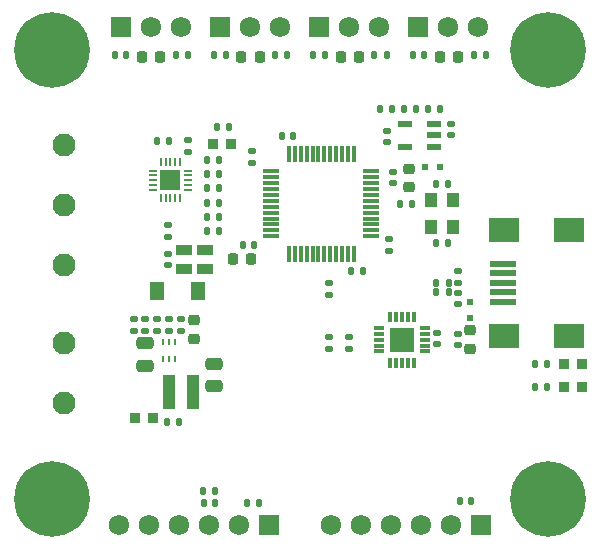
<source format=gbr>
%TF.GenerationSoftware,KiCad,Pcbnew,(6.0.7)*%
%TF.CreationDate,2022-10-13T18:06:46+02:00*%
%TF.ProjectId,TMC6300-dev,544d4336-3330-4302-9d64-65762e6b6963,rev?*%
%TF.SameCoordinates,Original*%
%TF.FileFunction,Soldermask,Top*%
%TF.FilePolarity,Negative*%
%FSLAX46Y46*%
G04 Gerber Fmt 4.6, Leading zero omitted, Abs format (unit mm)*
G04 Created by KiCad (PCBNEW (6.0.7)) date 2022-10-13 18:06:46*
%MOMM*%
%LPD*%
G01*
G04 APERTURE LIST*
G04 Aperture macros list*
%AMRoundRect*
0 Rectangle with rounded corners*
0 $1 Rounding radius*
0 $2 $3 $4 $5 $6 $7 $8 $9 X,Y pos of 4 corners*
0 Add a 4 corners polygon primitive as box body*
4,1,4,$2,$3,$4,$5,$6,$7,$8,$9,$2,$3,0*
0 Add four circle primitives for the rounded corners*
1,1,$1+$1,$2,$3*
1,1,$1+$1,$4,$5*
1,1,$1+$1,$6,$7*
1,1,$1+$1,$8,$9*
0 Add four rect primitives between the rounded corners*
20,1,$1+$1,$2,$3,$4,$5,0*
20,1,$1+$1,$4,$5,$6,$7,0*
20,1,$1+$1,$6,$7,$8,$9,0*
20,1,$1+$1,$8,$9,$2,$3,0*%
G04 Aperture macros list end*
%ADD10RoundRect,0.225000X0.225000X0.250000X-0.225000X0.250000X-0.225000X-0.250000X0.225000X-0.250000X0*%
%ADD11R,0.600000X0.550000*%
%ADD12RoundRect,0.135000X0.135000X0.185000X-0.135000X0.185000X-0.135000X-0.185000X0.135000X-0.185000X0*%
%ADD13RoundRect,0.140000X-0.140000X-0.170000X0.140000X-0.170000X0.140000X0.170000X-0.140000X0.170000X0*%
%ADD14RoundRect,0.135000X-0.185000X0.135000X-0.185000X-0.135000X0.185000X-0.135000X0.185000X0.135000X0*%
%ADD15C,0.800000*%
%ADD16C,6.400000*%
%ADD17RoundRect,0.135000X-0.135000X-0.185000X0.135000X-0.185000X0.135000X0.185000X-0.135000X0.185000X0*%
%ADD18RoundRect,0.135000X0.185000X-0.135000X0.185000X0.135000X-0.185000X0.135000X-0.185000X-0.135000X0*%
%ADD19RoundRect,0.225000X-0.250000X0.225000X-0.250000X-0.225000X0.250000X-0.225000X0.250000X0.225000X0*%
%ADD20RoundRect,0.140000X0.140000X0.170000X-0.140000X0.170000X-0.140000X-0.170000X0.140000X-0.170000X0*%
%ADD21RoundRect,0.140000X-0.170000X0.140000X-0.170000X-0.140000X0.170000X-0.140000X0.170000X0.140000X0*%
%ADD22RoundRect,0.140000X0.170000X-0.140000X0.170000X0.140000X-0.170000X0.140000X-0.170000X-0.140000X0*%
%ADD23R,0.850000X0.300000*%
%ADD24R,0.300000X0.850000*%
%ADD25R,2.050000X2.050000*%
%ADD26R,1.725000X1.725000*%
%ADD27C,1.725000*%
%ADD28R,1.100000X1.300000*%
%ADD29C,1.950000*%
%ADD30R,1.390000X0.910000*%
%ADD31R,0.950000X0.950000*%
%ADD32R,1.475000X0.300000*%
%ADD33R,0.300000X1.475000*%
%ADD34R,1.250000X1.500000*%
%ADD35R,0.200000X0.800000*%
%ADD36R,0.800000X0.200000*%
%ADD37R,1.800000X1.800000*%
%ADD38R,1.200000X0.600000*%
%ADD39R,2.300000X0.500000*%
%ADD40R,2.500000X2.000000*%
%ADD41R,0.250000X0.600000*%
%ADD42R,0.550000X0.600000*%
%ADD43RoundRect,0.250000X0.475000X-0.250000X0.475000X0.250000X-0.475000X0.250000X-0.475000X-0.250000X0*%
%ADD44R,1.000000X3.000000*%
G04 APERTURE END LIST*
D10*
%TO.C,C105*%
X154575000Y-81600000D03*
X153025000Y-81600000D03*
%TD*%
D11*
%TO.C,FB101*%
X172400000Y-103650000D03*
X172400000Y-102350000D03*
%TD*%
D12*
%TO.C,R126*%
X170560000Y-101500000D03*
X169540000Y-101500000D03*
%TD*%
D13*
%TO.C,C110*%
X142320000Y-81400000D03*
X143280000Y-81400000D03*
%TD*%
D14*
%TO.C,R115*%
X160400000Y-100690000D03*
X160400000Y-101710000D03*
%TD*%
D12*
%TO.C,R109*%
X169810000Y-86000000D03*
X168790000Y-86000000D03*
%TD*%
D15*
%TO.C,H103*%
X176600000Y-119000000D03*
X179000000Y-121400000D03*
X177302944Y-120697056D03*
X180697056Y-117302944D03*
D16*
X179000000Y-119000000D03*
D15*
X177302944Y-117302944D03*
X179000000Y-116600000D03*
X180697056Y-120697056D03*
X181400000Y-119000000D03*
%TD*%
D13*
%TO.C,C109*%
X150720000Y-81400000D03*
X151680000Y-81400000D03*
%TD*%
%TO.C,C120*%
X149820000Y-119300000D03*
X150780000Y-119300000D03*
%TD*%
%TO.C,C107*%
X167520000Y-81400000D03*
X168480000Y-81400000D03*
%TD*%
D17*
%TO.C,R114*%
X146740000Y-112450000D03*
X147760000Y-112450000D03*
%TD*%
D18*
%TO.C,R107*%
X147900000Y-104760000D03*
X147900000Y-103740000D03*
%TD*%
D13*
%TO.C,C131*%
X156420000Y-88300000D03*
X157380000Y-88300000D03*
%TD*%
D10*
%TO.C,C106*%
X146175000Y-81600000D03*
X144625000Y-81600000D03*
%TD*%
D19*
%TO.C,C117*%
X149050000Y-103875000D03*
X149050000Y-105425000D03*
%TD*%
D20*
%TO.C,C118*%
X154500000Y-119300000D03*
X153540000Y-119300000D03*
%TD*%
D21*
%TO.C,C135*%
X165900000Y-91320000D03*
X165900000Y-92280000D03*
%TD*%
D15*
%TO.C,H104*%
X179000000Y-78600000D03*
X177302944Y-82697056D03*
X177302944Y-79302944D03*
D16*
X179000000Y-81000000D03*
D15*
X180697056Y-82697056D03*
X181400000Y-81000000D03*
X176600000Y-81000000D03*
X179000000Y-83400000D03*
X180697056Y-79302944D03*
%TD*%
D12*
%TO.C,R117*%
X165810000Y-86000000D03*
X164790000Y-86000000D03*
%TD*%
%TO.C,R113*%
X150800000Y-118300000D03*
X149780000Y-118300000D03*
%TD*%
D22*
%TO.C,C127*%
X169600000Y-105880000D03*
X169600000Y-104920000D03*
%TD*%
D17*
%TO.C,R120*%
X150070000Y-96300000D03*
X151090000Y-96300000D03*
%TD*%
D23*
%TO.C,IC104*%
X168550000Y-106500000D03*
X168550000Y-106000000D03*
X168550000Y-105500000D03*
X168550000Y-105000000D03*
X168550000Y-104500000D03*
D24*
X167600000Y-103550000D03*
X167100000Y-103550000D03*
X166600000Y-103550000D03*
X166100000Y-103550000D03*
X165600000Y-103550000D03*
D23*
X164650000Y-104500000D03*
X164650000Y-105000000D03*
X164650000Y-105500000D03*
X164650000Y-106000000D03*
X164650000Y-106500000D03*
D24*
X165600000Y-107450000D03*
X166100000Y-107450000D03*
X166600000Y-107450000D03*
X167100000Y-107450000D03*
X167600000Y-107450000D03*
D25*
X166600000Y-105500000D03*
%TD*%
D22*
%TO.C,C101*%
X146800000Y-96780000D03*
X146800000Y-95820000D03*
%TD*%
D26*
%TO.C,J104*%
X142800000Y-79000000D03*
D27*
X145340000Y-79000000D03*
X147880000Y-79000000D03*
%TD*%
D18*
%TO.C,R129*%
X160400000Y-106310000D03*
X160400000Y-105290000D03*
%TD*%
D28*
%TO.C,Y101*%
X169050000Y-93650000D03*
X169050000Y-95950000D03*
X170950000Y-95950000D03*
X170950000Y-93650000D03*
%TD*%
D17*
%TO.C,R121*%
X150090000Y-95100000D03*
X151110000Y-95100000D03*
%TD*%
D20*
%TO.C,C122*%
X172480000Y-119200000D03*
X171520000Y-119200000D03*
%TD*%
D21*
%TO.C,C102*%
X146800000Y-98220000D03*
X146800000Y-99180000D03*
%TD*%
D12*
%TO.C,R105*%
X152010000Y-87500000D03*
X150990000Y-87500000D03*
%TD*%
D21*
%TO.C,C126*%
X171400000Y-105020000D03*
X171400000Y-105980000D03*
%TD*%
D26*
%TO.C,J101*%
X168000000Y-79000000D03*
D27*
X170540000Y-79000000D03*
X173080000Y-79000000D03*
%TD*%
D10*
%TO.C,C104*%
X162975000Y-81600000D03*
X161425000Y-81600000D03*
%TD*%
D29*
%TO.C,J107*%
X138000000Y-105760000D03*
X138000000Y-110840000D03*
%TD*%
D30*
%TO.C,C111*%
X148200000Y-97880000D03*
X148200000Y-99520000D03*
%TD*%
D13*
%TO.C,C115*%
X145920000Y-88700000D03*
X146880000Y-88700000D03*
%TD*%
D31*
%TO.C,LED103*%
X180350000Y-109550000D03*
X181850000Y-109550000D03*
%TD*%
D12*
%TO.C,R116*%
X167810000Y-86000000D03*
X166790000Y-86000000D03*
%TD*%
D32*
%TO.C,IC105*%
X164038000Y-96750000D03*
X164038000Y-96250000D03*
X164038000Y-95750000D03*
X164038000Y-95250000D03*
X164038000Y-94750000D03*
X164038000Y-94250000D03*
X164038000Y-93750000D03*
X164038000Y-93250000D03*
X164038000Y-92750000D03*
X164038000Y-92250000D03*
X164038000Y-91750000D03*
X164038000Y-91250000D03*
D33*
X162550000Y-89762000D03*
X162050000Y-89762000D03*
X161550000Y-89762000D03*
X161050000Y-89762000D03*
X160550000Y-89762000D03*
X160050000Y-89762000D03*
X159550000Y-89762000D03*
X159050000Y-89762000D03*
X158550000Y-89762000D03*
X158050000Y-89762000D03*
X157550000Y-89762000D03*
X157050000Y-89762000D03*
D32*
X155562000Y-91250000D03*
X155562000Y-91750000D03*
X155562000Y-92250000D03*
X155562000Y-92750000D03*
X155562000Y-93250000D03*
X155562000Y-93750000D03*
X155562000Y-94250000D03*
X155562000Y-94750000D03*
X155562000Y-95250000D03*
X155562000Y-95750000D03*
X155562000Y-96250000D03*
X155562000Y-96750000D03*
D33*
X157050000Y-98238000D03*
X157550000Y-98238000D03*
X158050000Y-98238000D03*
X158550000Y-98238000D03*
X159050000Y-98238000D03*
X159550000Y-98238000D03*
X160050000Y-98238000D03*
X160550000Y-98238000D03*
X161050000Y-98238000D03*
X161550000Y-98238000D03*
X162050000Y-98238000D03*
X162550000Y-98238000D03*
%TD*%
D26*
%TO.C,J106*%
X155400000Y-121200000D03*
D27*
X152860000Y-121200000D03*
X150320000Y-121200000D03*
X147780000Y-121200000D03*
X145240000Y-121200000D03*
X142700000Y-121200000D03*
%TD*%
D17*
%TO.C,R123*%
X150090000Y-92700000D03*
X151110000Y-92700000D03*
%TD*%
D22*
%TO.C,C119*%
X170800000Y-88180000D03*
X170800000Y-87220000D03*
%TD*%
D18*
%TO.C,R110*%
X145900000Y-104760000D03*
X145900000Y-103740000D03*
%TD*%
D13*
%TO.C,C125*%
X169520000Y-92300000D03*
X170480000Y-92300000D03*
%TD*%
D21*
%TO.C,C133*%
X165500000Y-97020000D03*
X165500000Y-97980000D03*
%TD*%
D34*
%TO.C,R108*%
X145875000Y-101400000D03*
X149325000Y-101400000D03*
%TD*%
D14*
%TO.C,R106*%
X146900000Y-103740000D03*
X146900000Y-104760000D03*
%TD*%
D29*
%TO.C,J105*%
X138000000Y-99180000D03*
X138000000Y-94100000D03*
X138000000Y-89020000D03*
%TD*%
D22*
%TO.C,C121*%
X165375000Y-88780000D03*
X165375000Y-87820000D03*
%TD*%
D26*
%TO.C,J103*%
X151200000Y-79000000D03*
D27*
X153740000Y-79000000D03*
X156280000Y-79000000D03*
%TD*%
D20*
%TO.C,C132*%
X154080000Y-97500000D03*
X153120000Y-97500000D03*
%TD*%
D35*
%TO.C,IC101*%
X146200000Y-93500000D03*
X146600000Y-93500000D03*
X147000000Y-93500000D03*
X147400000Y-93500000D03*
X147800000Y-93500000D03*
D36*
X148500000Y-92800000D03*
X148500000Y-92400000D03*
X148500000Y-92000000D03*
X148500000Y-91600000D03*
X148500000Y-91200000D03*
D35*
X147800000Y-90500000D03*
X147400000Y-90500000D03*
X147000000Y-90500000D03*
X146600000Y-90500000D03*
X146200000Y-90500000D03*
D36*
X145500000Y-91200000D03*
X145500000Y-91600000D03*
X145500000Y-92000000D03*
X145500000Y-92400000D03*
X145500000Y-92800000D03*
D37*
X147000000Y-92000000D03*
%TD*%
D22*
%TO.C,C124*%
X171400000Y-100680000D03*
X171400000Y-99720000D03*
%TD*%
D17*
%TO.C,R102*%
X164290000Y-81400000D03*
X165310000Y-81400000D03*
%TD*%
D13*
%TO.C,C130*%
X169520000Y-97300000D03*
X170480000Y-97300000D03*
%TD*%
D38*
%TO.C,IC103*%
X169350000Y-89150000D03*
X169350000Y-88200000D03*
X169350000Y-87250000D03*
X166850000Y-87250000D03*
X166850000Y-89150000D03*
%TD*%
D16*
%TO.C,H102*%
X137000000Y-119000000D03*
D15*
X137000000Y-121400000D03*
X138697056Y-117302944D03*
X135302944Y-120697056D03*
X139400000Y-119000000D03*
X135302944Y-117302944D03*
X138697056Y-120697056D03*
X134600000Y-119000000D03*
X137000000Y-116600000D03*
%TD*%
D31*
%TO.C,LED102*%
X180350000Y-107550000D03*
X181850000Y-107550000D03*
%TD*%
D39*
%TO.C,J109*%
X175150000Y-102300000D03*
X175150000Y-101500000D03*
X175150000Y-100700000D03*
X175150000Y-99900000D03*
X175150000Y-99100000D03*
D40*
X175250000Y-105150000D03*
X175250000Y-96250000D03*
X180750000Y-105150000D03*
X180750000Y-96250000D03*
%TD*%
D13*
%TO.C,C108*%
X159120000Y-81400000D03*
X160080000Y-81400000D03*
%TD*%
D31*
%TO.C,LED104*%
X150650000Y-88900000D03*
X152150000Y-88900000D03*
%TD*%
D15*
%TO.C,H101*%
X138697056Y-79302944D03*
X135302944Y-79302944D03*
X134600000Y-81000000D03*
X135302944Y-82697056D03*
X139400000Y-81000000D03*
X137000000Y-78600000D03*
X138697056Y-82697056D03*
D16*
X137000000Y-81000000D03*
D15*
X137000000Y-83400000D03*
%TD*%
D12*
%TO.C,R128*%
X167510000Y-94000000D03*
X166490000Y-94000000D03*
%TD*%
D41*
%TO.C,IC102*%
X146400000Y-107100000D03*
X146900000Y-107100000D03*
X147400000Y-107100000D03*
X147400000Y-105700000D03*
X146900000Y-105700000D03*
X146400000Y-105700000D03*
%TD*%
D14*
%TO.C,R112*%
X144900000Y-103740000D03*
X144900000Y-104760000D03*
%TD*%
D12*
%TO.C,R127*%
X170560000Y-100700000D03*
X169540000Y-100700000D03*
%TD*%
D14*
%TO.C,R131*%
X153900000Y-89490000D03*
X153900000Y-90510000D03*
%TD*%
D17*
%TO.C,R104*%
X147490000Y-81400000D03*
X148510000Y-81400000D03*
%TD*%
D19*
%TO.C,C136*%
X167200000Y-91025000D03*
X167200000Y-92575000D03*
%TD*%
D18*
%TO.C,R130*%
X162100000Y-106310000D03*
X162100000Y-105290000D03*
%TD*%
D19*
%TO.C,C128*%
X172400000Y-104725000D03*
X172400000Y-106275000D03*
%TD*%
D17*
%TO.C,R103*%
X155890000Y-81400000D03*
X156910000Y-81400000D03*
%TD*%
%TO.C,R119*%
X177890000Y-109550000D03*
X178910000Y-109550000D03*
%TD*%
D31*
%TO.C,LED101*%
X144050000Y-112150000D03*
X145550000Y-112150000D03*
%TD*%
D42*
%TO.C,FB102*%
X169850000Y-90900000D03*
X168550000Y-90900000D03*
%TD*%
D17*
%TO.C,R101*%
X172690000Y-81400000D03*
X173710000Y-81400000D03*
%TD*%
%TO.C,R118*%
X177890000Y-107550000D03*
X178910000Y-107550000D03*
%TD*%
D18*
%TO.C,R111*%
X143900000Y-104760000D03*
X143900000Y-103740000D03*
%TD*%
D26*
%TO.C,J102*%
X159600000Y-79000000D03*
D27*
X162140000Y-79000000D03*
X164680000Y-79000000D03*
%TD*%
D22*
%TO.C,C123*%
X171400000Y-102480000D03*
X171400000Y-101520000D03*
%TD*%
D10*
%TO.C,C134*%
X153875000Y-98700000D03*
X152325000Y-98700000D03*
%TD*%
D17*
%TO.C,R122*%
X150090000Y-93900000D03*
X151110000Y-93900000D03*
%TD*%
D43*
%TO.C,C114*%
X144900000Y-107700000D03*
X144900000Y-105800000D03*
%TD*%
D20*
%TO.C,C129*%
X163280000Y-99700000D03*
X162320000Y-99700000D03*
%TD*%
D44*
%TO.C,L101*%
X146900000Y-109950000D03*
X148900000Y-109950000D03*
%TD*%
D43*
%TO.C,C116*%
X150700000Y-109450000D03*
X150700000Y-107550000D03*
%TD*%
D10*
%TO.C,C103*%
X171375000Y-81600000D03*
X169825000Y-81600000D03*
%TD*%
D26*
%TO.C,J108*%
X173300000Y-121200000D03*
D27*
X170760000Y-121200000D03*
X168220000Y-121200000D03*
X165680000Y-121200000D03*
X163140000Y-121200000D03*
X160600000Y-121200000D03*
%TD*%
D17*
%TO.C,R124*%
X150090000Y-91500000D03*
X151110000Y-91500000D03*
%TD*%
D30*
%TO.C,C112*%
X149950000Y-97880000D03*
X149950000Y-99520000D03*
%TD*%
D17*
%TO.C,R125*%
X150090000Y-90300000D03*
X151110000Y-90300000D03*
%TD*%
D21*
%TO.C,C113*%
X148500000Y-88620000D03*
X148500000Y-89580000D03*
%TD*%
M02*

</source>
